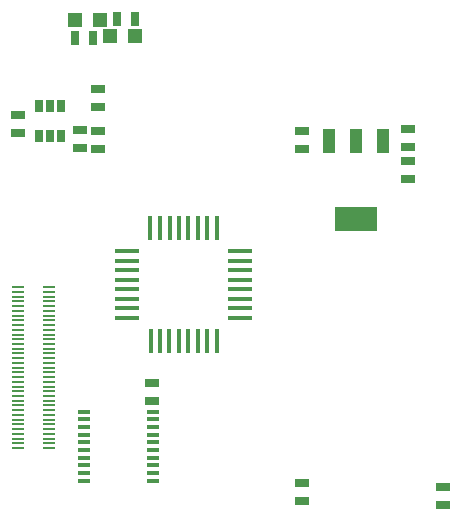
<source format=gtp>
G04 (created by PCBNEW (2013-07-07 BZR 4022)-stable) date 12/29/2015 4:32:31 PM*
%MOIN*%
G04 Gerber Fmt 3.4, Leading zero omitted, Abs format*
%FSLAX34Y34*%
G01*
G70*
G90*
G04 APERTURE LIST*
%ADD10C,0.00590551*%
%ADD11R,0.039X0.012*%
%ADD12R,0.0787X0.0177*%
%ADD13R,0.0177X0.0787*%
%ADD14R,0.144X0.08*%
%ADD15R,0.04X0.08*%
%ADD16R,0.045X0.025*%
%ADD17R,0.025X0.045*%
%ADD18R,0.0472X0.0472*%
%ADD19R,0.0448X0.0078*%
%ADD20R,0.0276X0.0394*%
G04 APERTURE END LIST*
G54D10*
G54D11*
X45805Y-38167D03*
X45805Y-38422D03*
X45805Y-38678D03*
X45805Y-38934D03*
X45805Y-39190D03*
X45805Y-39446D03*
X45805Y-39702D03*
X45805Y-39958D03*
X48103Y-39958D03*
X48103Y-39702D03*
X48103Y-39446D03*
X48103Y-39190D03*
X48103Y-38934D03*
X48103Y-38678D03*
X48103Y-38422D03*
X48103Y-38167D03*
X45805Y-40214D03*
X45805Y-40470D03*
X48103Y-40214D03*
X48103Y-40470D03*
G54D12*
X51000Y-32824D03*
X51000Y-33139D03*
X51000Y-33454D03*
X51000Y-33769D03*
X51000Y-34084D03*
X51000Y-34399D03*
X51000Y-34714D03*
X51000Y-35029D03*
X47234Y-35027D03*
X47234Y-32817D03*
X47234Y-33137D03*
X47234Y-33457D03*
X47234Y-33767D03*
X47234Y-34087D03*
X47234Y-34397D03*
X47234Y-34717D03*
G54D13*
X50216Y-35817D03*
X49902Y-35817D03*
X49586Y-35817D03*
X49272Y-35817D03*
X48956Y-35817D03*
X48642Y-35817D03*
X48326Y-35817D03*
X48012Y-35817D03*
X50214Y-32037D03*
X49904Y-32037D03*
X49584Y-32037D03*
X49274Y-32037D03*
X48964Y-32037D03*
X48644Y-32037D03*
X48324Y-32037D03*
X48004Y-32037D03*
G54D14*
X54872Y-31756D03*
G54D15*
X54872Y-29156D03*
X53972Y-29156D03*
X55772Y-29156D03*
G54D16*
X57777Y-40670D03*
X57777Y-41270D03*
X53053Y-40544D03*
X53053Y-41144D03*
X48064Y-37203D03*
X48064Y-37803D03*
X43588Y-28274D03*
X43588Y-28874D03*
X56596Y-29809D03*
X56596Y-30409D03*
X56596Y-28751D03*
X56596Y-29351D03*
X46273Y-27400D03*
X46273Y-28000D03*
X46265Y-28802D03*
X46265Y-29402D03*
X45675Y-28786D03*
X45675Y-29386D03*
X53053Y-28804D03*
X53053Y-29404D03*
G54D17*
X47480Y-25081D03*
X46880Y-25081D03*
G54D18*
X46312Y-25109D03*
X45486Y-25109D03*
X46661Y-25654D03*
X47487Y-25654D03*
G54D19*
X43584Y-39374D03*
X44623Y-39374D03*
X43584Y-39216D03*
X44623Y-39216D03*
X43584Y-39059D03*
X44623Y-39059D03*
X43584Y-38901D03*
X44623Y-38901D03*
X43584Y-38744D03*
X44623Y-38744D03*
X43584Y-38586D03*
X44623Y-38586D03*
X43584Y-38429D03*
X44623Y-38429D03*
X43584Y-38271D03*
X44623Y-38271D03*
X43584Y-38114D03*
X44623Y-38114D03*
X43584Y-37956D03*
X44623Y-37956D03*
X43584Y-37799D03*
X44623Y-37799D03*
X43584Y-37641D03*
X44623Y-37641D03*
X43584Y-37484D03*
X44623Y-37484D03*
X43584Y-37326D03*
X44623Y-37326D03*
X43584Y-37169D03*
X44623Y-37169D03*
X43584Y-37011D03*
X44623Y-37011D03*
X43584Y-36854D03*
X44623Y-36854D03*
X43584Y-36696D03*
X44623Y-36696D03*
X43584Y-36539D03*
X44623Y-36539D03*
X43584Y-36381D03*
X44623Y-36381D03*
X43584Y-36224D03*
X44623Y-36224D03*
X43584Y-36066D03*
X44623Y-36066D03*
X43584Y-35909D03*
X44623Y-35909D03*
X43584Y-35752D03*
X44623Y-35752D03*
X43584Y-35594D03*
X44623Y-35594D03*
X43584Y-35437D03*
X44623Y-35437D03*
X43584Y-35279D03*
X44623Y-35279D03*
X43584Y-35122D03*
X44623Y-35122D03*
X43584Y-34964D03*
X44623Y-34964D03*
X43584Y-34807D03*
X44623Y-34807D03*
X43584Y-34649D03*
X44623Y-34649D03*
X43584Y-34492D03*
X44623Y-34492D03*
X43584Y-34334D03*
X44623Y-34334D03*
X43584Y-34177D03*
X44623Y-34177D03*
X43584Y-34019D03*
X44623Y-34019D03*
G54D20*
X44289Y-27964D03*
X44664Y-27964D03*
X45039Y-27964D03*
X45039Y-28964D03*
X44664Y-28964D03*
X44289Y-28964D03*
G54D17*
X45501Y-25704D03*
X46101Y-25704D03*
M02*

</source>
